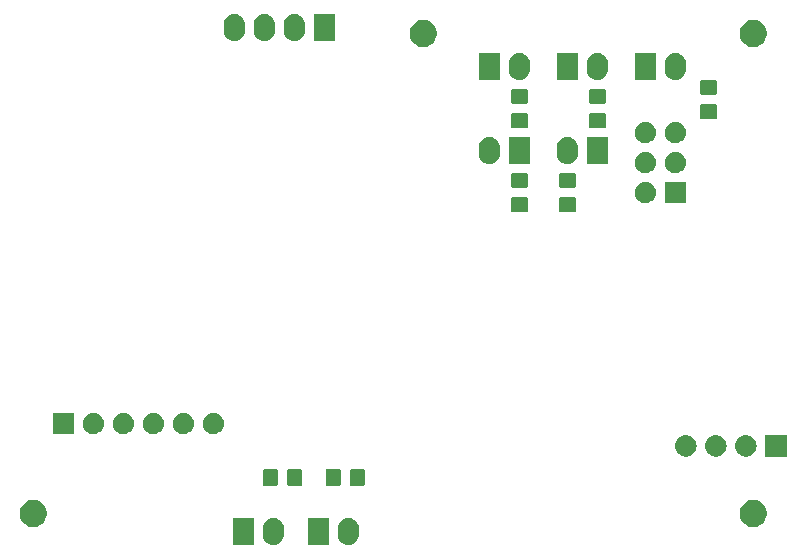
<source format=gbs>
%TF.GenerationSoftware,KiCad,Pcbnew,5.0.1*%
%TF.CreationDate,2019-02-02T14:15:02-06:00*%
%TF.ProjectId,RDP-Environmental,5244502D456E7669726F6E6D656E7461,01*%
%TF.SameCoordinates,Original*%
%TF.FileFunction,Soldermask,Bot*%
%TF.FilePolarity,Negative*%
%FSLAX46Y46*%
G04 Gerber Fmt 4.6, Leading zero omitted, Abs format (unit mm)*
G04 Created by KiCad (PCBNEW 5.0.1) date Sat 02 Feb 2019 02:15:02 PM CST*
%MOMM*%
%LPD*%
G01*
G04 APERTURE LIST*
%ADD10C,0.100000*%
G04 APERTURE END LIST*
D10*
G36*
X48440547Y-66426326D02*
X48556286Y-66461435D01*
X48614157Y-66478990D01*
X48635718Y-66490515D01*
X48774155Y-66564511D01*
X48914396Y-66679604D01*
X49029489Y-66819844D01*
X49069298Y-66894321D01*
X49115010Y-66979842D01*
X49132565Y-67037713D01*
X49167674Y-67153452D01*
X49181000Y-67288756D01*
X49181000Y-67839243D01*
X49167674Y-67974548D01*
X49115010Y-68148157D01*
X49029489Y-68308156D01*
X48914396Y-68448396D01*
X48774156Y-68563489D01*
X48755314Y-68573560D01*
X48614158Y-68649010D01*
X48567551Y-68663148D01*
X48440548Y-68701674D01*
X48260000Y-68719456D01*
X48079453Y-68701674D01*
X47952450Y-68663148D01*
X47905843Y-68649010D01*
X47764687Y-68573560D01*
X47745845Y-68563489D01*
X47605605Y-68448396D01*
X47490512Y-68308156D01*
X47450703Y-68233680D01*
X47404990Y-68148158D01*
X47387435Y-68090287D01*
X47352326Y-67974548D01*
X47339000Y-67839244D01*
X47339000Y-67288757D01*
X47352326Y-67153453D01*
X47404990Y-66979844D01*
X47404990Y-66979843D01*
X47436183Y-66921486D01*
X47490511Y-66819845D01*
X47605604Y-66679604D01*
X47745844Y-66564511D01*
X47882685Y-66491368D01*
X47905842Y-66478990D01*
X47963713Y-66461435D01*
X48079452Y-66426326D01*
X48260000Y-66408544D01*
X48440547Y-66426326D01*
X48440547Y-66426326D01*
G37*
G36*
X54790547Y-66426326D02*
X54906286Y-66461435D01*
X54964157Y-66478990D01*
X54985718Y-66490515D01*
X55124155Y-66564511D01*
X55264396Y-66679604D01*
X55379489Y-66819844D01*
X55419298Y-66894321D01*
X55465010Y-66979842D01*
X55482565Y-67037713D01*
X55517674Y-67153452D01*
X55531000Y-67288756D01*
X55531000Y-67839243D01*
X55517674Y-67974548D01*
X55465010Y-68148157D01*
X55379489Y-68308156D01*
X55264396Y-68448396D01*
X55124156Y-68563489D01*
X55105314Y-68573560D01*
X54964158Y-68649010D01*
X54917551Y-68663148D01*
X54790548Y-68701674D01*
X54610000Y-68719456D01*
X54429453Y-68701674D01*
X54302450Y-68663148D01*
X54255843Y-68649010D01*
X54114687Y-68573560D01*
X54095845Y-68563489D01*
X53955605Y-68448396D01*
X53840512Y-68308156D01*
X53800703Y-68233680D01*
X53754990Y-68148158D01*
X53737435Y-68090287D01*
X53702326Y-67974548D01*
X53689000Y-67839244D01*
X53689000Y-67288757D01*
X53702326Y-67153453D01*
X53754990Y-66979844D01*
X53754990Y-66979843D01*
X53786183Y-66921486D01*
X53840511Y-66819845D01*
X53955604Y-66679604D01*
X54095844Y-66564511D01*
X54232685Y-66491368D01*
X54255842Y-66478990D01*
X54313713Y-66461435D01*
X54429452Y-66426326D01*
X54610000Y-66408544D01*
X54790547Y-66426326D01*
X54790547Y-66426326D01*
G37*
G36*
X46499560Y-66416966D02*
X46532383Y-66426923D01*
X46562632Y-66443092D01*
X46589148Y-66464852D01*
X46610908Y-66491368D01*
X46627077Y-66521617D01*
X46637034Y-66554440D01*
X46641000Y-66594712D01*
X46641000Y-68533288D01*
X46637034Y-68573560D01*
X46627077Y-68606383D01*
X46610908Y-68636632D01*
X46589148Y-68663148D01*
X46562632Y-68684908D01*
X46532383Y-68701077D01*
X46499560Y-68711034D01*
X46459288Y-68715000D01*
X44980712Y-68715000D01*
X44940440Y-68711034D01*
X44907617Y-68701077D01*
X44877368Y-68684908D01*
X44850852Y-68663148D01*
X44829092Y-68636632D01*
X44812923Y-68606383D01*
X44802966Y-68573560D01*
X44799000Y-68533288D01*
X44799000Y-66594712D01*
X44802966Y-66554440D01*
X44812923Y-66521617D01*
X44829092Y-66491368D01*
X44850852Y-66464852D01*
X44877368Y-66443092D01*
X44907617Y-66426923D01*
X44940440Y-66416966D01*
X44980712Y-66413000D01*
X46459288Y-66413000D01*
X46499560Y-66416966D01*
X46499560Y-66416966D01*
G37*
G36*
X52849560Y-66416966D02*
X52882383Y-66426923D01*
X52912632Y-66443092D01*
X52939148Y-66464852D01*
X52960908Y-66491368D01*
X52977077Y-66521617D01*
X52987034Y-66554440D01*
X52991000Y-66594712D01*
X52991000Y-68533288D01*
X52987034Y-68573560D01*
X52977077Y-68606383D01*
X52960908Y-68636632D01*
X52939148Y-68663148D01*
X52912632Y-68684908D01*
X52882383Y-68701077D01*
X52849560Y-68711034D01*
X52809288Y-68715000D01*
X51330712Y-68715000D01*
X51290440Y-68711034D01*
X51257617Y-68701077D01*
X51227368Y-68684908D01*
X51200852Y-68663148D01*
X51179092Y-68636632D01*
X51162923Y-68606383D01*
X51152966Y-68573560D01*
X51149000Y-68533288D01*
X51149000Y-66594712D01*
X51152966Y-66554440D01*
X51162923Y-66521617D01*
X51179092Y-66491368D01*
X51200852Y-66464852D01*
X51227368Y-66443092D01*
X51257617Y-66426923D01*
X51290440Y-66416966D01*
X51330712Y-66413000D01*
X52809288Y-66413000D01*
X52849560Y-66416966D01*
X52849560Y-66416966D01*
G37*
G36*
X89235734Y-64933232D02*
X89445202Y-65019996D01*
X89633723Y-65145962D01*
X89794038Y-65306277D01*
X89920004Y-65494798D01*
X90006768Y-65704266D01*
X90051000Y-65926635D01*
X90051000Y-66153365D01*
X90006768Y-66375734D01*
X89920004Y-66585202D01*
X89794038Y-66773723D01*
X89633723Y-66934038D01*
X89445202Y-67060004D01*
X89235734Y-67146768D01*
X89013365Y-67191000D01*
X88786635Y-67191000D01*
X88564266Y-67146768D01*
X88354798Y-67060004D01*
X88166277Y-66934038D01*
X88005962Y-66773723D01*
X87879996Y-66585202D01*
X87793232Y-66375734D01*
X87749000Y-66153365D01*
X87749000Y-65926635D01*
X87793232Y-65704266D01*
X87879996Y-65494798D01*
X88005962Y-65306277D01*
X88166277Y-65145962D01*
X88354798Y-65019996D01*
X88564266Y-64933232D01*
X88786635Y-64889000D01*
X89013365Y-64889000D01*
X89235734Y-64933232D01*
X89235734Y-64933232D01*
G37*
G36*
X28275734Y-64933232D02*
X28485202Y-65019996D01*
X28673723Y-65145962D01*
X28834038Y-65306277D01*
X28960004Y-65494798D01*
X29046768Y-65704266D01*
X29091000Y-65926635D01*
X29091000Y-66153365D01*
X29046768Y-66375734D01*
X28960004Y-66585202D01*
X28834038Y-66773723D01*
X28673723Y-66934038D01*
X28485202Y-67060004D01*
X28275734Y-67146768D01*
X28053365Y-67191000D01*
X27826635Y-67191000D01*
X27604266Y-67146768D01*
X27394798Y-67060004D01*
X27206277Y-66934038D01*
X27045962Y-66773723D01*
X26919996Y-66585202D01*
X26833232Y-66375734D01*
X26789000Y-66153365D01*
X26789000Y-65926635D01*
X26833232Y-65704266D01*
X26919996Y-65494798D01*
X27045962Y-65306277D01*
X27206277Y-65145962D01*
X27394798Y-65019996D01*
X27604266Y-64933232D01*
X27826635Y-64889000D01*
X28053365Y-64889000D01*
X28275734Y-64933232D01*
X28275734Y-64933232D01*
G37*
G36*
X48469677Y-62245465D02*
X48507364Y-62256898D01*
X48542103Y-62275466D01*
X48572548Y-62300452D01*
X48597534Y-62330897D01*
X48616102Y-62365636D01*
X48627535Y-62403323D01*
X48632000Y-62448661D01*
X48632000Y-63535339D01*
X48627535Y-63580677D01*
X48616102Y-63618364D01*
X48597534Y-63653103D01*
X48572548Y-63683548D01*
X48542103Y-63708534D01*
X48507364Y-63727102D01*
X48469677Y-63738535D01*
X48424339Y-63743000D01*
X47587661Y-63743000D01*
X47542323Y-63738535D01*
X47504636Y-63727102D01*
X47469897Y-63708534D01*
X47439452Y-63683548D01*
X47414466Y-63653103D01*
X47395898Y-63618364D01*
X47384465Y-63580677D01*
X47380000Y-63535339D01*
X47380000Y-62448661D01*
X47384465Y-62403323D01*
X47395898Y-62365636D01*
X47414466Y-62330897D01*
X47439452Y-62300452D01*
X47469897Y-62275466D01*
X47504636Y-62256898D01*
X47542323Y-62245465D01*
X47587661Y-62241000D01*
X48424339Y-62241000D01*
X48469677Y-62245465D01*
X48469677Y-62245465D01*
G37*
G36*
X50519677Y-62245465D02*
X50557364Y-62256898D01*
X50592103Y-62275466D01*
X50622548Y-62300452D01*
X50647534Y-62330897D01*
X50666102Y-62365636D01*
X50677535Y-62403323D01*
X50682000Y-62448661D01*
X50682000Y-63535339D01*
X50677535Y-63580677D01*
X50666102Y-63618364D01*
X50647534Y-63653103D01*
X50622548Y-63683548D01*
X50592103Y-63708534D01*
X50557364Y-63727102D01*
X50519677Y-63738535D01*
X50474339Y-63743000D01*
X49637661Y-63743000D01*
X49592323Y-63738535D01*
X49554636Y-63727102D01*
X49519897Y-63708534D01*
X49489452Y-63683548D01*
X49464466Y-63653103D01*
X49445898Y-63618364D01*
X49434465Y-63580677D01*
X49430000Y-63535339D01*
X49430000Y-62448661D01*
X49434465Y-62403323D01*
X49445898Y-62365636D01*
X49464466Y-62330897D01*
X49489452Y-62300452D01*
X49519897Y-62275466D01*
X49554636Y-62256898D01*
X49592323Y-62245465D01*
X49637661Y-62241000D01*
X50474339Y-62241000D01*
X50519677Y-62245465D01*
X50519677Y-62245465D01*
G37*
G36*
X55835677Y-62245465D02*
X55873364Y-62256898D01*
X55908103Y-62275466D01*
X55938548Y-62300452D01*
X55963534Y-62330897D01*
X55982102Y-62365636D01*
X55993535Y-62403323D01*
X55998000Y-62448661D01*
X55998000Y-63535339D01*
X55993535Y-63580677D01*
X55982102Y-63618364D01*
X55963534Y-63653103D01*
X55938548Y-63683548D01*
X55908103Y-63708534D01*
X55873364Y-63727102D01*
X55835677Y-63738535D01*
X55790339Y-63743000D01*
X54953661Y-63743000D01*
X54908323Y-63738535D01*
X54870636Y-63727102D01*
X54835897Y-63708534D01*
X54805452Y-63683548D01*
X54780466Y-63653103D01*
X54761898Y-63618364D01*
X54750465Y-63580677D01*
X54746000Y-63535339D01*
X54746000Y-62448661D01*
X54750465Y-62403323D01*
X54761898Y-62365636D01*
X54780466Y-62330897D01*
X54805452Y-62300452D01*
X54835897Y-62275466D01*
X54870636Y-62256898D01*
X54908323Y-62245465D01*
X54953661Y-62241000D01*
X55790339Y-62241000D01*
X55835677Y-62245465D01*
X55835677Y-62245465D01*
G37*
G36*
X53785677Y-62245465D02*
X53823364Y-62256898D01*
X53858103Y-62275466D01*
X53888548Y-62300452D01*
X53913534Y-62330897D01*
X53932102Y-62365636D01*
X53943535Y-62403323D01*
X53948000Y-62448661D01*
X53948000Y-63535339D01*
X53943535Y-63580677D01*
X53932102Y-63618364D01*
X53913534Y-63653103D01*
X53888548Y-63683548D01*
X53858103Y-63708534D01*
X53823364Y-63727102D01*
X53785677Y-63738535D01*
X53740339Y-63743000D01*
X52903661Y-63743000D01*
X52858323Y-63738535D01*
X52820636Y-63727102D01*
X52785897Y-63708534D01*
X52755452Y-63683548D01*
X52730466Y-63653103D01*
X52711898Y-63618364D01*
X52700465Y-63580677D01*
X52696000Y-63535339D01*
X52696000Y-62448661D01*
X52700465Y-62403323D01*
X52711898Y-62365636D01*
X52730466Y-62330897D01*
X52755452Y-62300452D01*
X52785897Y-62275466D01*
X52820636Y-62256898D01*
X52858323Y-62245465D01*
X52903661Y-62241000D01*
X53740339Y-62241000D01*
X53785677Y-62245465D01*
X53785677Y-62245465D01*
G37*
G36*
X85835442Y-59430518D02*
X85901627Y-59437037D01*
X86014853Y-59471384D01*
X86071467Y-59488557D01*
X86210087Y-59562652D01*
X86227991Y-59572222D01*
X86263729Y-59601552D01*
X86365186Y-59684814D01*
X86448448Y-59786271D01*
X86477778Y-59822009D01*
X86477779Y-59822011D01*
X86561443Y-59978533D01*
X86561443Y-59978534D01*
X86612963Y-60148373D01*
X86630359Y-60325000D01*
X86612963Y-60501627D01*
X86578616Y-60614853D01*
X86561443Y-60671467D01*
X86487348Y-60810087D01*
X86477778Y-60827991D01*
X86448448Y-60863729D01*
X86365186Y-60965186D01*
X86263729Y-61048448D01*
X86227991Y-61077778D01*
X86227989Y-61077779D01*
X86071467Y-61161443D01*
X86014853Y-61178616D01*
X85901627Y-61212963D01*
X85835442Y-61219482D01*
X85769260Y-61226000D01*
X85680740Y-61226000D01*
X85614558Y-61219482D01*
X85548373Y-61212963D01*
X85435147Y-61178616D01*
X85378533Y-61161443D01*
X85222011Y-61077779D01*
X85222009Y-61077778D01*
X85186271Y-61048448D01*
X85084814Y-60965186D01*
X85001552Y-60863729D01*
X84972222Y-60827991D01*
X84962652Y-60810087D01*
X84888557Y-60671467D01*
X84871384Y-60614853D01*
X84837037Y-60501627D01*
X84819641Y-60325000D01*
X84837037Y-60148373D01*
X84888557Y-59978534D01*
X84888557Y-59978533D01*
X84972221Y-59822011D01*
X84972222Y-59822009D01*
X85001552Y-59786271D01*
X85084814Y-59684814D01*
X85186271Y-59601552D01*
X85222009Y-59572222D01*
X85239913Y-59562652D01*
X85378533Y-59488557D01*
X85435147Y-59471384D01*
X85548373Y-59437037D01*
X85614558Y-59430518D01*
X85680740Y-59424000D01*
X85769260Y-59424000D01*
X85835442Y-59430518D01*
X85835442Y-59430518D01*
G37*
G36*
X91706000Y-61226000D02*
X89904000Y-61226000D01*
X89904000Y-59424000D01*
X91706000Y-59424000D01*
X91706000Y-61226000D01*
X91706000Y-61226000D01*
G37*
G36*
X88375442Y-59430518D02*
X88441627Y-59437037D01*
X88554853Y-59471384D01*
X88611467Y-59488557D01*
X88750087Y-59562652D01*
X88767991Y-59572222D01*
X88803729Y-59601552D01*
X88905186Y-59684814D01*
X88988448Y-59786271D01*
X89017778Y-59822009D01*
X89017779Y-59822011D01*
X89101443Y-59978533D01*
X89101443Y-59978534D01*
X89152963Y-60148373D01*
X89170359Y-60325000D01*
X89152963Y-60501627D01*
X89118616Y-60614853D01*
X89101443Y-60671467D01*
X89027348Y-60810087D01*
X89017778Y-60827991D01*
X88988448Y-60863729D01*
X88905186Y-60965186D01*
X88803729Y-61048448D01*
X88767991Y-61077778D01*
X88767989Y-61077779D01*
X88611467Y-61161443D01*
X88554853Y-61178616D01*
X88441627Y-61212963D01*
X88375442Y-61219482D01*
X88309260Y-61226000D01*
X88220740Y-61226000D01*
X88154558Y-61219482D01*
X88088373Y-61212963D01*
X87975147Y-61178616D01*
X87918533Y-61161443D01*
X87762011Y-61077779D01*
X87762009Y-61077778D01*
X87726271Y-61048448D01*
X87624814Y-60965186D01*
X87541552Y-60863729D01*
X87512222Y-60827991D01*
X87502652Y-60810087D01*
X87428557Y-60671467D01*
X87411384Y-60614853D01*
X87377037Y-60501627D01*
X87359641Y-60325000D01*
X87377037Y-60148373D01*
X87428557Y-59978534D01*
X87428557Y-59978533D01*
X87512221Y-59822011D01*
X87512222Y-59822009D01*
X87541552Y-59786271D01*
X87624814Y-59684814D01*
X87726271Y-59601552D01*
X87762009Y-59572222D01*
X87779913Y-59562652D01*
X87918533Y-59488557D01*
X87975147Y-59471384D01*
X88088373Y-59437037D01*
X88154558Y-59430518D01*
X88220740Y-59424000D01*
X88309260Y-59424000D01*
X88375442Y-59430518D01*
X88375442Y-59430518D01*
G37*
G36*
X83295442Y-59430518D02*
X83361627Y-59437037D01*
X83474853Y-59471384D01*
X83531467Y-59488557D01*
X83670087Y-59562652D01*
X83687991Y-59572222D01*
X83723729Y-59601552D01*
X83825186Y-59684814D01*
X83908448Y-59786271D01*
X83937778Y-59822009D01*
X83937779Y-59822011D01*
X84021443Y-59978533D01*
X84021443Y-59978534D01*
X84072963Y-60148373D01*
X84090359Y-60325000D01*
X84072963Y-60501627D01*
X84038616Y-60614853D01*
X84021443Y-60671467D01*
X83947348Y-60810087D01*
X83937778Y-60827991D01*
X83908448Y-60863729D01*
X83825186Y-60965186D01*
X83723729Y-61048448D01*
X83687991Y-61077778D01*
X83687989Y-61077779D01*
X83531467Y-61161443D01*
X83474853Y-61178616D01*
X83361627Y-61212963D01*
X83295442Y-61219482D01*
X83229260Y-61226000D01*
X83140740Y-61226000D01*
X83074558Y-61219482D01*
X83008373Y-61212963D01*
X82895147Y-61178616D01*
X82838533Y-61161443D01*
X82682011Y-61077779D01*
X82682009Y-61077778D01*
X82646271Y-61048448D01*
X82544814Y-60965186D01*
X82461552Y-60863729D01*
X82432222Y-60827991D01*
X82422652Y-60810087D01*
X82348557Y-60671467D01*
X82331384Y-60614853D01*
X82297037Y-60501627D01*
X82279641Y-60325000D01*
X82297037Y-60148373D01*
X82348557Y-59978534D01*
X82348557Y-59978533D01*
X82432221Y-59822011D01*
X82432222Y-59822009D01*
X82461552Y-59786271D01*
X82544814Y-59684814D01*
X82646271Y-59601552D01*
X82682009Y-59572222D01*
X82699913Y-59562652D01*
X82838533Y-59488557D01*
X82895147Y-59471384D01*
X83008373Y-59437037D01*
X83074558Y-59430518D01*
X83140740Y-59424000D01*
X83229260Y-59424000D01*
X83295442Y-59430518D01*
X83295442Y-59430518D01*
G37*
G36*
X43290443Y-57525519D02*
X43356627Y-57532037D01*
X43469853Y-57566384D01*
X43526467Y-57583557D01*
X43665087Y-57657652D01*
X43682991Y-57667222D01*
X43718729Y-57696552D01*
X43820186Y-57779814D01*
X43903448Y-57881271D01*
X43932778Y-57917009D01*
X43932779Y-57917011D01*
X44016443Y-58073533D01*
X44016443Y-58073534D01*
X44067963Y-58243373D01*
X44085359Y-58420000D01*
X44067963Y-58596627D01*
X44033616Y-58709853D01*
X44016443Y-58766467D01*
X43942348Y-58905087D01*
X43932778Y-58922991D01*
X43903448Y-58958729D01*
X43820186Y-59060186D01*
X43718729Y-59143448D01*
X43682991Y-59172778D01*
X43682989Y-59172779D01*
X43526467Y-59256443D01*
X43469853Y-59273616D01*
X43356627Y-59307963D01*
X43290442Y-59314482D01*
X43224260Y-59321000D01*
X43135740Y-59321000D01*
X43069558Y-59314482D01*
X43003373Y-59307963D01*
X42890147Y-59273616D01*
X42833533Y-59256443D01*
X42677011Y-59172779D01*
X42677009Y-59172778D01*
X42641271Y-59143448D01*
X42539814Y-59060186D01*
X42456552Y-58958729D01*
X42427222Y-58922991D01*
X42417652Y-58905087D01*
X42343557Y-58766467D01*
X42326384Y-58709853D01*
X42292037Y-58596627D01*
X42274641Y-58420000D01*
X42292037Y-58243373D01*
X42343557Y-58073534D01*
X42343557Y-58073533D01*
X42427221Y-57917011D01*
X42427222Y-57917009D01*
X42456552Y-57881271D01*
X42539814Y-57779814D01*
X42641271Y-57696552D01*
X42677009Y-57667222D01*
X42694913Y-57657652D01*
X42833533Y-57583557D01*
X42890147Y-57566384D01*
X43003373Y-57532037D01*
X43069557Y-57525519D01*
X43135740Y-57519000D01*
X43224260Y-57519000D01*
X43290443Y-57525519D01*
X43290443Y-57525519D01*
G37*
G36*
X31381000Y-59321000D02*
X29579000Y-59321000D01*
X29579000Y-57519000D01*
X31381000Y-57519000D01*
X31381000Y-59321000D01*
X31381000Y-59321000D01*
G37*
G36*
X33130443Y-57525519D02*
X33196627Y-57532037D01*
X33309853Y-57566384D01*
X33366467Y-57583557D01*
X33505087Y-57657652D01*
X33522991Y-57667222D01*
X33558729Y-57696552D01*
X33660186Y-57779814D01*
X33743448Y-57881271D01*
X33772778Y-57917009D01*
X33772779Y-57917011D01*
X33856443Y-58073533D01*
X33856443Y-58073534D01*
X33907963Y-58243373D01*
X33925359Y-58420000D01*
X33907963Y-58596627D01*
X33873616Y-58709853D01*
X33856443Y-58766467D01*
X33782348Y-58905087D01*
X33772778Y-58922991D01*
X33743448Y-58958729D01*
X33660186Y-59060186D01*
X33558729Y-59143448D01*
X33522991Y-59172778D01*
X33522989Y-59172779D01*
X33366467Y-59256443D01*
X33309853Y-59273616D01*
X33196627Y-59307963D01*
X33130442Y-59314482D01*
X33064260Y-59321000D01*
X32975740Y-59321000D01*
X32909558Y-59314482D01*
X32843373Y-59307963D01*
X32730147Y-59273616D01*
X32673533Y-59256443D01*
X32517011Y-59172779D01*
X32517009Y-59172778D01*
X32481271Y-59143448D01*
X32379814Y-59060186D01*
X32296552Y-58958729D01*
X32267222Y-58922991D01*
X32257652Y-58905087D01*
X32183557Y-58766467D01*
X32166384Y-58709853D01*
X32132037Y-58596627D01*
X32114641Y-58420000D01*
X32132037Y-58243373D01*
X32183557Y-58073534D01*
X32183557Y-58073533D01*
X32267221Y-57917011D01*
X32267222Y-57917009D01*
X32296552Y-57881271D01*
X32379814Y-57779814D01*
X32481271Y-57696552D01*
X32517009Y-57667222D01*
X32534913Y-57657652D01*
X32673533Y-57583557D01*
X32730147Y-57566384D01*
X32843373Y-57532037D01*
X32909557Y-57525519D01*
X32975740Y-57519000D01*
X33064260Y-57519000D01*
X33130443Y-57525519D01*
X33130443Y-57525519D01*
G37*
G36*
X35670443Y-57525519D02*
X35736627Y-57532037D01*
X35849853Y-57566384D01*
X35906467Y-57583557D01*
X36045087Y-57657652D01*
X36062991Y-57667222D01*
X36098729Y-57696552D01*
X36200186Y-57779814D01*
X36283448Y-57881271D01*
X36312778Y-57917009D01*
X36312779Y-57917011D01*
X36396443Y-58073533D01*
X36396443Y-58073534D01*
X36447963Y-58243373D01*
X36465359Y-58420000D01*
X36447963Y-58596627D01*
X36413616Y-58709853D01*
X36396443Y-58766467D01*
X36322348Y-58905087D01*
X36312778Y-58922991D01*
X36283448Y-58958729D01*
X36200186Y-59060186D01*
X36098729Y-59143448D01*
X36062991Y-59172778D01*
X36062989Y-59172779D01*
X35906467Y-59256443D01*
X35849853Y-59273616D01*
X35736627Y-59307963D01*
X35670442Y-59314482D01*
X35604260Y-59321000D01*
X35515740Y-59321000D01*
X35449558Y-59314482D01*
X35383373Y-59307963D01*
X35270147Y-59273616D01*
X35213533Y-59256443D01*
X35057011Y-59172779D01*
X35057009Y-59172778D01*
X35021271Y-59143448D01*
X34919814Y-59060186D01*
X34836552Y-58958729D01*
X34807222Y-58922991D01*
X34797652Y-58905087D01*
X34723557Y-58766467D01*
X34706384Y-58709853D01*
X34672037Y-58596627D01*
X34654641Y-58420000D01*
X34672037Y-58243373D01*
X34723557Y-58073534D01*
X34723557Y-58073533D01*
X34807221Y-57917011D01*
X34807222Y-57917009D01*
X34836552Y-57881271D01*
X34919814Y-57779814D01*
X35021271Y-57696552D01*
X35057009Y-57667222D01*
X35074913Y-57657652D01*
X35213533Y-57583557D01*
X35270147Y-57566384D01*
X35383373Y-57532037D01*
X35449557Y-57525519D01*
X35515740Y-57519000D01*
X35604260Y-57519000D01*
X35670443Y-57525519D01*
X35670443Y-57525519D01*
G37*
G36*
X40750443Y-57525519D02*
X40816627Y-57532037D01*
X40929853Y-57566384D01*
X40986467Y-57583557D01*
X41125087Y-57657652D01*
X41142991Y-57667222D01*
X41178729Y-57696552D01*
X41280186Y-57779814D01*
X41363448Y-57881271D01*
X41392778Y-57917009D01*
X41392779Y-57917011D01*
X41476443Y-58073533D01*
X41476443Y-58073534D01*
X41527963Y-58243373D01*
X41545359Y-58420000D01*
X41527963Y-58596627D01*
X41493616Y-58709853D01*
X41476443Y-58766467D01*
X41402348Y-58905087D01*
X41392778Y-58922991D01*
X41363448Y-58958729D01*
X41280186Y-59060186D01*
X41178729Y-59143448D01*
X41142991Y-59172778D01*
X41142989Y-59172779D01*
X40986467Y-59256443D01*
X40929853Y-59273616D01*
X40816627Y-59307963D01*
X40750442Y-59314482D01*
X40684260Y-59321000D01*
X40595740Y-59321000D01*
X40529558Y-59314482D01*
X40463373Y-59307963D01*
X40350147Y-59273616D01*
X40293533Y-59256443D01*
X40137011Y-59172779D01*
X40137009Y-59172778D01*
X40101271Y-59143448D01*
X39999814Y-59060186D01*
X39916552Y-58958729D01*
X39887222Y-58922991D01*
X39877652Y-58905087D01*
X39803557Y-58766467D01*
X39786384Y-58709853D01*
X39752037Y-58596627D01*
X39734641Y-58420000D01*
X39752037Y-58243373D01*
X39803557Y-58073534D01*
X39803557Y-58073533D01*
X39887221Y-57917011D01*
X39887222Y-57917009D01*
X39916552Y-57881271D01*
X39999814Y-57779814D01*
X40101271Y-57696552D01*
X40137009Y-57667222D01*
X40154913Y-57657652D01*
X40293533Y-57583557D01*
X40350147Y-57566384D01*
X40463373Y-57532037D01*
X40529557Y-57525519D01*
X40595740Y-57519000D01*
X40684260Y-57519000D01*
X40750443Y-57525519D01*
X40750443Y-57525519D01*
G37*
G36*
X38210443Y-57525519D02*
X38276627Y-57532037D01*
X38389853Y-57566384D01*
X38446467Y-57583557D01*
X38585087Y-57657652D01*
X38602991Y-57667222D01*
X38638729Y-57696552D01*
X38740186Y-57779814D01*
X38823448Y-57881271D01*
X38852778Y-57917009D01*
X38852779Y-57917011D01*
X38936443Y-58073533D01*
X38936443Y-58073534D01*
X38987963Y-58243373D01*
X39005359Y-58420000D01*
X38987963Y-58596627D01*
X38953616Y-58709853D01*
X38936443Y-58766467D01*
X38862348Y-58905087D01*
X38852778Y-58922991D01*
X38823448Y-58958729D01*
X38740186Y-59060186D01*
X38638729Y-59143448D01*
X38602991Y-59172778D01*
X38602989Y-59172779D01*
X38446467Y-59256443D01*
X38389853Y-59273616D01*
X38276627Y-59307963D01*
X38210442Y-59314482D01*
X38144260Y-59321000D01*
X38055740Y-59321000D01*
X37989558Y-59314482D01*
X37923373Y-59307963D01*
X37810147Y-59273616D01*
X37753533Y-59256443D01*
X37597011Y-59172779D01*
X37597009Y-59172778D01*
X37561271Y-59143448D01*
X37459814Y-59060186D01*
X37376552Y-58958729D01*
X37347222Y-58922991D01*
X37337652Y-58905087D01*
X37263557Y-58766467D01*
X37246384Y-58709853D01*
X37212037Y-58596627D01*
X37194641Y-58420000D01*
X37212037Y-58243373D01*
X37263557Y-58073534D01*
X37263557Y-58073533D01*
X37347221Y-57917011D01*
X37347222Y-57917009D01*
X37376552Y-57881271D01*
X37459814Y-57779814D01*
X37561271Y-57696552D01*
X37597009Y-57667222D01*
X37614913Y-57657652D01*
X37753533Y-57583557D01*
X37810147Y-57566384D01*
X37923373Y-57532037D01*
X37989557Y-57525519D01*
X38055740Y-57519000D01*
X38144260Y-57519000D01*
X38210443Y-57525519D01*
X38210443Y-57525519D01*
G37*
G36*
X69676677Y-39274465D02*
X69714364Y-39285898D01*
X69749103Y-39304466D01*
X69779548Y-39329452D01*
X69804534Y-39359897D01*
X69823102Y-39394636D01*
X69834535Y-39432323D01*
X69839000Y-39477661D01*
X69839000Y-40314339D01*
X69834535Y-40359677D01*
X69823102Y-40397364D01*
X69804534Y-40432103D01*
X69779548Y-40462548D01*
X69749103Y-40487534D01*
X69714364Y-40506102D01*
X69676677Y-40517535D01*
X69631339Y-40522000D01*
X68544661Y-40522000D01*
X68499323Y-40517535D01*
X68461636Y-40506102D01*
X68426897Y-40487534D01*
X68396452Y-40462548D01*
X68371466Y-40432103D01*
X68352898Y-40397364D01*
X68341465Y-40359677D01*
X68337000Y-40314339D01*
X68337000Y-39477661D01*
X68341465Y-39432323D01*
X68352898Y-39394636D01*
X68371466Y-39359897D01*
X68396452Y-39329452D01*
X68426897Y-39304466D01*
X68461636Y-39285898D01*
X68499323Y-39274465D01*
X68544661Y-39270000D01*
X69631339Y-39270000D01*
X69676677Y-39274465D01*
X69676677Y-39274465D01*
G37*
G36*
X73740677Y-39265465D02*
X73778364Y-39276898D01*
X73813103Y-39295466D01*
X73843548Y-39320452D01*
X73868534Y-39350897D01*
X73887102Y-39385636D01*
X73898535Y-39423323D01*
X73903000Y-39468661D01*
X73903000Y-40305339D01*
X73898535Y-40350677D01*
X73887102Y-40388364D01*
X73868534Y-40423103D01*
X73843548Y-40453548D01*
X73813103Y-40478534D01*
X73778364Y-40497102D01*
X73740677Y-40508535D01*
X73695339Y-40513000D01*
X72608661Y-40513000D01*
X72563323Y-40508535D01*
X72525636Y-40497102D01*
X72490897Y-40478534D01*
X72460452Y-40453548D01*
X72435466Y-40423103D01*
X72416898Y-40388364D01*
X72405465Y-40350677D01*
X72401000Y-40305339D01*
X72401000Y-39468661D01*
X72405465Y-39423323D01*
X72416898Y-39385636D01*
X72435466Y-39350897D01*
X72460452Y-39320452D01*
X72490897Y-39295466D01*
X72525636Y-39276898D01*
X72563323Y-39265465D01*
X72608661Y-39261000D01*
X73695339Y-39261000D01*
X73740677Y-39265465D01*
X73740677Y-39265465D01*
G37*
G36*
X83197000Y-39763000D02*
X81395000Y-39763000D01*
X81395000Y-37961000D01*
X83197000Y-37961000D01*
X83197000Y-39763000D01*
X83197000Y-39763000D01*
G37*
G36*
X79866442Y-37967518D02*
X79932627Y-37974037D01*
X80045853Y-38008384D01*
X80102467Y-38025557D01*
X80241087Y-38099652D01*
X80258991Y-38109222D01*
X80294729Y-38138552D01*
X80396186Y-38221814D01*
X80456233Y-38294983D01*
X80508778Y-38359009D01*
X80508779Y-38359011D01*
X80592443Y-38515533D01*
X80592443Y-38515534D01*
X80643963Y-38685373D01*
X80661359Y-38862000D01*
X80643963Y-39038627D01*
X80609616Y-39151853D01*
X80592443Y-39208467D01*
X80532585Y-39320452D01*
X80508778Y-39364991D01*
X80494850Y-39381962D01*
X80396186Y-39502186D01*
X80294729Y-39585448D01*
X80258991Y-39614778D01*
X80258989Y-39614779D01*
X80102467Y-39698443D01*
X80045853Y-39715616D01*
X79932627Y-39749963D01*
X79866442Y-39756482D01*
X79800260Y-39763000D01*
X79711740Y-39763000D01*
X79645558Y-39756482D01*
X79579373Y-39749963D01*
X79466147Y-39715616D01*
X79409533Y-39698443D01*
X79253011Y-39614779D01*
X79253009Y-39614778D01*
X79217271Y-39585448D01*
X79115814Y-39502186D01*
X79017150Y-39381962D01*
X79003222Y-39364991D01*
X78979415Y-39320452D01*
X78919557Y-39208467D01*
X78902384Y-39151853D01*
X78868037Y-39038627D01*
X78850641Y-38862000D01*
X78868037Y-38685373D01*
X78919557Y-38515534D01*
X78919557Y-38515533D01*
X79003221Y-38359011D01*
X79003222Y-38359009D01*
X79055767Y-38294983D01*
X79115814Y-38221814D01*
X79217271Y-38138552D01*
X79253009Y-38109222D01*
X79270913Y-38099652D01*
X79409533Y-38025557D01*
X79466147Y-38008384D01*
X79579373Y-37974037D01*
X79645558Y-37967518D01*
X79711740Y-37961000D01*
X79800260Y-37961000D01*
X79866442Y-37967518D01*
X79866442Y-37967518D01*
G37*
G36*
X69676677Y-37224465D02*
X69714364Y-37235898D01*
X69749103Y-37254466D01*
X69779548Y-37279452D01*
X69804534Y-37309897D01*
X69823102Y-37344636D01*
X69834535Y-37382323D01*
X69839000Y-37427661D01*
X69839000Y-38264339D01*
X69834535Y-38309677D01*
X69823102Y-38347364D01*
X69804534Y-38382103D01*
X69779548Y-38412548D01*
X69749103Y-38437534D01*
X69714364Y-38456102D01*
X69676677Y-38467535D01*
X69631339Y-38472000D01*
X68544661Y-38472000D01*
X68499323Y-38467535D01*
X68461636Y-38456102D01*
X68426897Y-38437534D01*
X68396452Y-38412548D01*
X68371466Y-38382103D01*
X68352898Y-38347364D01*
X68341465Y-38309677D01*
X68337000Y-38264339D01*
X68337000Y-37427661D01*
X68341465Y-37382323D01*
X68352898Y-37344636D01*
X68371466Y-37309897D01*
X68396452Y-37279452D01*
X68426897Y-37254466D01*
X68461636Y-37235898D01*
X68499323Y-37224465D01*
X68544661Y-37220000D01*
X69631339Y-37220000D01*
X69676677Y-37224465D01*
X69676677Y-37224465D01*
G37*
G36*
X73740677Y-37215465D02*
X73778364Y-37226898D01*
X73813103Y-37245466D01*
X73843548Y-37270452D01*
X73868534Y-37300897D01*
X73887102Y-37335636D01*
X73898535Y-37373323D01*
X73903000Y-37418661D01*
X73903000Y-38255339D01*
X73898535Y-38300677D01*
X73887102Y-38338364D01*
X73868534Y-38373103D01*
X73843548Y-38403548D01*
X73813103Y-38428534D01*
X73778364Y-38447102D01*
X73740677Y-38458535D01*
X73695339Y-38463000D01*
X72608661Y-38463000D01*
X72563323Y-38458535D01*
X72525636Y-38447102D01*
X72490897Y-38428534D01*
X72460452Y-38403548D01*
X72435466Y-38373103D01*
X72416898Y-38338364D01*
X72405465Y-38300677D01*
X72401000Y-38255339D01*
X72401000Y-37418661D01*
X72405465Y-37373323D01*
X72416898Y-37335636D01*
X72435466Y-37300897D01*
X72460452Y-37270452D01*
X72490897Y-37245466D01*
X72525636Y-37226898D01*
X72563323Y-37215465D01*
X72608661Y-37211000D01*
X73695339Y-37211000D01*
X73740677Y-37215465D01*
X73740677Y-37215465D01*
G37*
G36*
X79866443Y-35427519D02*
X79932627Y-35434037D01*
X80045853Y-35468384D01*
X80102467Y-35485557D01*
X80241087Y-35559652D01*
X80258991Y-35569222D01*
X80273641Y-35581245D01*
X80396186Y-35681814D01*
X80479448Y-35783271D01*
X80508778Y-35819009D01*
X80508779Y-35819011D01*
X80592443Y-35975533D01*
X80592443Y-35975534D01*
X80643963Y-36145373D01*
X80661359Y-36322000D01*
X80643963Y-36498627D01*
X80609616Y-36611853D01*
X80592443Y-36668467D01*
X80518348Y-36807087D01*
X80508778Y-36824991D01*
X80479448Y-36860729D01*
X80396186Y-36962186D01*
X80294729Y-37045448D01*
X80258991Y-37074778D01*
X80258989Y-37074779D01*
X80102467Y-37158443D01*
X80045853Y-37175616D01*
X79932627Y-37209963D01*
X79876763Y-37215465D01*
X79800260Y-37223000D01*
X79711740Y-37223000D01*
X79635237Y-37215465D01*
X79579373Y-37209963D01*
X79466147Y-37175616D01*
X79409533Y-37158443D01*
X79253011Y-37074779D01*
X79253009Y-37074778D01*
X79217271Y-37045448D01*
X79115814Y-36962186D01*
X79032552Y-36860729D01*
X79003222Y-36824991D01*
X78993652Y-36807087D01*
X78919557Y-36668467D01*
X78902384Y-36611853D01*
X78868037Y-36498627D01*
X78850641Y-36322000D01*
X78868037Y-36145373D01*
X78919557Y-35975534D01*
X78919557Y-35975533D01*
X79003221Y-35819011D01*
X79003222Y-35819009D01*
X79032552Y-35783271D01*
X79115814Y-35681814D01*
X79238359Y-35581245D01*
X79253009Y-35569222D01*
X79270913Y-35559652D01*
X79409533Y-35485557D01*
X79466147Y-35468384D01*
X79579373Y-35434037D01*
X79645557Y-35427519D01*
X79711740Y-35421000D01*
X79800260Y-35421000D01*
X79866443Y-35427519D01*
X79866443Y-35427519D01*
G37*
G36*
X82406443Y-35427519D02*
X82472627Y-35434037D01*
X82585853Y-35468384D01*
X82642467Y-35485557D01*
X82781087Y-35559652D01*
X82798991Y-35569222D01*
X82813641Y-35581245D01*
X82936186Y-35681814D01*
X83019448Y-35783271D01*
X83048778Y-35819009D01*
X83048779Y-35819011D01*
X83132443Y-35975533D01*
X83132443Y-35975534D01*
X83183963Y-36145373D01*
X83201359Y-36322000D01*
X83183963Y-36498627D01*
X83149616Y-36611853D01*
X83132443Y-36668467D01*
X83058348Y-36807087D01*
X83048778Y-36824991D01*
X83019448Y-36860729D01*
X82936186Y-36962186D01*
X82834729Y-37045448D01*
X82798991Y-37074778D01*
X82798989Y-37074779D01*
X82642467Y-37158443D01*
X82585853Y-37175616D01*
X82472627Y-37209963D01*
X82416763Y-37215465D01*
X82340260Y-37223000D01*
X82251740Y-37223000D01*
X82175237Y-37215465D01*
X82119373Y-37209963D01*
X82006147Y-37175616D01*
X81949533Y-37158443D01*
X81793011Y-37074779D01*
X81793009Y-37074778D01*
X81757271Y-37045448D01*
X81655814Y-36962186D01*
X81572552Y-36860729D01*
X81543222Y-36824991D01*
X81533652Y-36807087D01*
X81459557Y-36668467D01*
X81442384Y-36611853D01*
X81408037Y-36498627D01*
X81390641Y-36322000D01*
X81408037Y-36145373D01*
X81459557Y-35975534D01*
X81459557Y-35975533D01*
X81543221Y-35819011D01*
X81543222Y-35819009D01*
X81572552Y-35783271D01*
X81655814Y-35681814D01*
X81778359Y-35581245D01*
X81793009Y-35569222D01*
X81810913Y-35559652D01*
X81949533Y-35485557D01*
X82006147Y-35468384D01*
X82119373Y-35434037D01*
X82185557Y-35427519D01*
X82251740Y-35421000D01*
X82340260Y-35421000D01*
X82406443Y-35427519D01*
X82406443Y-35427519D01*
G37*
G36*
X73332548Y-34168326D02*
X73448287Y-34203435D01*
X73506158Y-34220990D01*
X73529315Y-34233368D01*
X73666156Y-34306511D01*
X73806396Y-34421604D01*
X73921489Y-34561844D01*
X74007010Y-34721843D01*
X74059674Y-34895452D01*
X74073000Y-35030757D01*
X74073000Y-35581244D01*
X74059674Y-35716548D01*
X74028593Y-35819009D01*
X74007010Y-35890158D01*
X73961376Y-35975533D01*
X73921489Y-36050156D01*
X73806396Y-36190396D01*
X73666155Y-36305489D01*
X73564514Y-36359817D01*
X73506157Y-36391010D01*
X73459550Y-36405148D01*
X73332547Y-36443674D01*
X73152000Y-36461456D01*
X72971452Y-36443674D01*
X72844449Y-36405148D01*
X72797842Y-36391010D01*
X72701250Y-36339380D01*
X72637844Y-36305489D01*
X72497604Y-36190396D01*
X72382511Y-36050155D01*
X72296991Y-35890158D01*
X72296990Y-35890157D01*
X72275408Y-35819009D01*
X72244326Y-35716547D01*
X72231000Y-35581243D01*
X72231000Y-35030756D01*
X72244326Y-34895452D01*
X72296990Y-34721843D01*
X72296990Y-34721842D01*
X72382513Y-34561843D01*
X72497605Y-34421604D01*
X72637844Y-34306512D01*
X72637843Y-34306512D01*
X72637845Y-34306511D01*
X72774686Y-34233368D01*
X72797843Y-34220990D01*
X72855714Y-34203435D01*
X72971453Y-34168326D01*
X73152000Y-34150544D01*
X73332548Y-34168326D01*
X73332548Y-34168326D01*
G37*
G36*
X66728548Y-34168326D02*
X66844287Y-34203435D01*
X66902158Y-34220990D01*
X66925315Y-34233368D01*
X67062156Y-34306511D01*
X67202396Y-34421604D01*
X67317489Y-34561844D01*
X67403010Y-34721843D01*
X67455674Y-34895452D01*
X67469000Y-35030757D01*
X67469000Y-35581244D01*
X67455674Y-35716548D01*
X67424593Y-35819009D01*
X67403010Y-35890158D01*
X67357376Y-35975533D01*
X67317489Y-36050156D01*
X67202396Y-36190396D01*
X67062155Y-36305489D01*
X66960514Y-36359817D01*
X66902157Y-36391010D01*
X66855550Y-36405148D01*
X66728547Y-36443674D01*
X66548000Y-36461456D01*
X66367452Y-36443674D01*
X66240449Y-36405148D01*
X66193842Y-36391010D01*
X66097250Y-36339380D01*
X66033844Y-36305489D01*
X65893604Y-36190396D01*
X65778511Y-36050155D01*
X65692991Y-35890158D01*
X65692990Y-35890157D01*
X65671408Y-35819009D01*
X65640326Y-35716547D01*
X65627000Y-35581243D01*
X65627000Y-35030756D01*
X65640326Y-34895452D01*
X65692990Y-34721843D01*
X65692990Y-34721842D01*
X65778513Y-34561843D01*
X65893605Y-34421604D01*
X66033844Y-34306512D01*
X66033843Y-34306512D01*
X66033845Y-34306511D01*
X66170686Y-34233368D01*
X66193843Y-34220990D01*
X66251714Y-34203435D01*
X66367453Y-34168326D01*
X66548000Y-34150544D01*
X66728548Y-34168326D01*
X66728548Y-34168326D01*
G37*
G36*
X69867560Y-34158966D02*
X69900383Y-34168923D01*
X69930632Y-34185092D01*
X69957148Y-34206852D01*
X69978908Y-34233368D01*
X69995077Y-34263617D01*
X70005034Y-34296440D01*
X70009000Y-34336712D01*
X70009000Y-36275288D01*
X70005034Y-36315560D01*
X69995077Y-36348383D01*
X69978908Y-36378632D01*
X69957148Y-36405148D01*
X69930632Y-36426908D01*
X69900383Y-36443077D01*
X69867560Y-36453034D01*
X69827288Y-36457000D01*
X68348712Y-36457000D01*
X68308440Y-36453034D01*
X68275617Y-36443077D01*
X68245368Y-36426908D01*
X68218852Y-36405148D01*
X68197092Y-36378632D01*
X68180923Y-36348383D01*
X68170966Y-36315560D01*
X68167000Y-36275288D01*
X68167000Y-34336712D01*
X68170966Y-34296440D01*
X68180923Y-34263617D01*
X68197092Y-34233368D01*
X68218852Y-34206852D01*
X68245368Y-34185092D01*
X68275617Y-34168923D01*
X68308440Y-34158966D01*
X68348712Y-34155000D01*
X69827288Y-34155000D01*
X69867560Y-34158966D01*
X69867560Y-34158966D01*
G37*
G36*
X76471560Y-34158966D02*
X76504383Y-34168923D01*
X76534632Y-34185092D01*
X76561148Y-34206852D01*
X76582908Y-34233368D01*
X76599077Y-34263617D01*
X76609034Y-34296440D01*
X76613000Y-34336712D01*
X76613000Y-36275288D01*
X76609034Y-36315560D01*
X76599077Y-36348383D01*
X76582908Y-36378632D01*
X76561148Y-36405148D01*
X76534632Y-36426908D01*
X76504383Y-36443077D01*
X76471560Y-36453034D01*
X76431288Y-36457000D01*
X74952712Y-36457000D01*
X74912440Y-36453034D01*
X74879617Y-36443077D01*
X74849368Y-36426908D01*
X74822852Y-36405148D01*
X74801092Y-36378632D01*
X74784923Y-36348383D01*
X74774966Y-36315560D01*
X74771000Y-36275288D01*
X74771000Y-34336712D01*
X74774966Y-34296440D01*
X74784923Y-34263617D01*
X74801092Y-34233368D01*
X74822852Y-34206852D01*
X74849368Y-34185092D01*
X74879617Y-34168923D01*
X74912440Y-34158966D01*
X74952712Y-34155000D01*
X76431288Y-34155000D01*
X76471560Y-34158966D01*
X76471560Y-34158966D01*
G37*
G36*
X82406442Y-32887518D02*
X82472627Y-32894037D01*
X82585853Y-32928384D01*
X82642467Y-32945557D01*
X82781087Y-33019652D01*
X82798991Y-33029222D01*
X82834729Y-33058552D01*
X82936186Y-33141814D01*
X83011005Y-33232983D01*
X83048778Y-33279009D01*
X83048779Y-33279011D01*
X83132443Y-33435533D01*
X83132443Y-33435534D01*
X83183963Y-33605373D01*
X83201359Y-33782000D01*
X83183963Y-33958627D01*
X83149616Y-34071853D01*
X83132443Y-34128467D01*
X83082988Y-34220990D01*
X83048778Y-34284991D01*
X83039382Y-34296440D01*
X82936186Y-34422186D01*
X82834729Y-34505448D01*
X82798991Y-34534778D01*
X82798989Y-34534779D01*
X82642467Y-34618443D01*
X82585853Y-34635616D01*
X82472627Y-34669963D01*
X82406442Y-34676482D01*
X82340260Y-34683000D01*
X82251740Y-34683000D01*
X82185558Y-34676482D01*
X82119373Y-34669963D01*
X82006147Y-34635616D01*
X81949533Y-34618443D01*
X81793011Y-34534779D01*
X81793009Y-34534778D01*
X81757271Y-34505448D01*
X81655814Y-34422186D01*
X81552618Y-34296440D01*
X81543222Y-34284991D01*
X81509012Y-34220990D01*
X81459557Y-34128467D01*
X81442384Y-34071853D01*
X81408037Y-33958627D01*
X81390641Y-33782000D01*
X81408037Y-33605373D01*
X81459557Y-33435534D01*
X81459557Y-33435533D01*
X81543221Y-33279011D01*
X81543222Y-33279009D01*
X81580995Y-33232983D01*
X81655814Y-33141814D01*
X81757271Y-33058552D01*
X81793009Y-33029222D01*
X81810913Y-33019652D01*
X81949533Y-32945557D01*
X82006147Y-32928384D01*
X82119373Y-32894037D01*
X82185558Y-32887518D01*
X82251740Y-32881000D01*
X82340260Y-32881000D01*
X82406442Y-32887518D01*
X82406442Y-32887518D01*
G37*
G36*
X79866442Y-32887518D02*
X79932627Y-32894037D01*
X80045853Y-32928384D01*
X80102467Y-32945557D01*
X80241087Y-33019652D01*
X80258991Y-33029222D01*
X80294729Y-33058552D01*
X80396186Y-33141814D01*
X80471005Y-33232983D01*
X80508778Y-33279009D01*
X80508779Y-33279011D01*
X80592443Y-33435533D01*
X80592443Y-33435534D01*
X80643963Y-33605373D01*
X80661359Y-33782000D01*
X80643963Y-33958627D01*
X80609616Y-34071853D01*
X80592443Y-34128467D01*
X80542988Y-34220990D01*
X80508778Y-34284991D01*
X80499382Y-34296440D01*
X80396186Y-34422186D01*
X80294729Y-34505448D01*
X80258991Y-34534778D01*
X80258989Y-34534779D01*
X80102467Y-34618443D01*
X80045853Y-34635616D01*
X79932627Y-34669963D01*
X79866442Y-34676482D01*
X79800260Y-34683000D01*
X79711740Y-34683000D01*
X79645558Y-34676482D01*
X79579373Y-34669963D01*
X79466147Y-34635616D01*
X79409533Y-34618443D01*
X79253011Y-34534779D01*
X79253009Y-34534778D01*
X79217271Y-34505448D01*
X79115814Y-34422186D01*
X79012618Y-34296440D01*
X79003222Y-34284991D01*
X78969012Y-34220990D01*
X78919557Y-34128467D01*
X78902384Y-34071853D01*
X78868037Y-33958627D01*
X78850641Y-33782000D01*
X78868037Y-33605373D01*
X78919557Y-33435534D01*
X78919557Y-33435533D01*
X79003221Y-33279011D01*
X79003222Y-33279009D01*
X79040995Y-33232983D01*
X79115814Y-33141814D01*
X79217271Y-33058552D01*
X79253009Y-33029222D01*
X79270913Y-33019652D01*
X79409533Y-32945557D01*
X79466147Y-32928384D01*
X79579373Y-32894037D01*
X79645558Y-32887518D01*
X79711740Y-32881000D01*
X79800260Y-32881000D01*
X79866442Y-32887518D01*
X79866442Y-32887518D01*
G37*
G36*
X76280677Y-32162465D02*
X76318364Y-32173898D01*
X76353103Y-32192466D01*
X76383548Y-32217452D01*
X76408534Y-32247897D01*
X76427102Y-32282636D01*
X76438535Y-32320323D01*
X76443000Y-32365661D01*
X76443000Y-33202339D01*
X76438535Y-33247677D01*
X76427102Y-33285364D01*
X76408534Y-33320103D01*
X76383548Y-33350548D01*
X76353103Y-33375534D01*
X76318364Y-33394102D01*
X76280677Y-33405535D01*
X76235339Y-33410000D01*
X75148661Y-33410000D01*
X75103323Y-33405535D01*
X75065636Y-33394102D01*
X75030897Y-33375534D01*
X75000452Y-33350548D01*
X74975466Y-33320103D01*
X74956898Y-33285364D01*
X74945465Y-33247677D01*
X74941000Y-33202339D01*
X74941000Y-32365661D01*
X74945465Y-32320323D01*
X74956898Y-32282636D01*
X74975466Y-32247897D01*
X75000452Y-32217452D01*
X75030897Y-32192466D01*
X75065636Y-32173898D01*
X75103323Y-32162465D01*
X75148661Y-32158000D01*
X76235339Y-32158000D01*
X76280677Y-32162465D01*
X76280677Y-32162465D01*
G37*
G36*
X69676677Y-32153465D02*
X69714364Y-32164898D01*
X69749103Y-32183466D01*
X69779548Y-32208452D01*
X69804534Y-32238897D01*
X69823102Y-32273636D01*
X69834535Y-32311323D01*
X69839000Y-32356661D01*
X69839000Y-33193339D01*
X69834535Y-33238677D01*
X69823102Y-33276364D01*
X69804534Y-33311103D01*
X69779548Y-33341548D01*
X69749103Y-33366534D01*
X69714364Y-33385102D01*
X69676677Y-33396535D01*
X69631339Y-33401000D01*
X68544661Y-33401000D01*
X68499323Y-33396535D01*
X68461636Y-33385102D01*
X68426897Y-33366534D01*
X68396452Y-33341548D01*
X68371466Y-33311103D01*
X68352898Y-33276364D01*
X68341465Y-33238677D01*
X68337000Y-33193339D01*
X68337000Y-32356661D01*
X68341465Y-32311323D01*
X68352898Y-32273636D01*
X68371466Y-32238897D01*
X68396452Y-32208452D01*
X68426897Y-32183466D01*
X68461636Y-32164898D01*
X68499323Y-32153465D01*
X68544661Y-32149000D01*
X69631339Y-32149000D01*
X69676677Y-32153465D01*
X69676677Y-32153465D01*
G37*
G36*
X85678677Y-31391465D02*
X85716364Y-31402898D01*
X85751103Y-31421466D01*
X85781548Y-31446452D01*
X85806534Y-31476897D01*
X85825102Y-31511636D01*
X85836535Y-31549323D01*
X85841000Y-31594661D01*
X85841000Y-32431339D01*
X85836535Y-32476677D01*
X85825102Y-32514364D01*
X85806534Y-32549103D01*
X85781548Y-32579548D01*
X85751103Y-32604534D01*
X85716364Y-32623102D01*
X85678677Y-32634535D01*
X85633339Y-32639000D01*
X84546661Y-32639000D01*
X84501323Y-32634535D01*
X84463636Y-32623102D01*
X84428897Y-32604534D01*
X84398452Y-32579548D01*
X84373466Y-32549103D01*
X84354898Y-32514364D01*
X84343465Y-32476677D01*
X84339000Y-32431339D01*
X84339000Y-31594661D01*
X84343465Y-31549323D01*
X84354898Y-31511636D01*
X84373466Y-31476897D01*
X84398452Y-31446452D01*
X84428897Y-31421466D01*
X84463636Y-31402898D01*
X84501323Y-31391465D01*
X84546661Y-31387000D01*
X85633339Y-31387000D01*
X85678677Y-31391465D01*
X85678677Y-31391465D01*
G37*
G36*
X76281148Y-30112454D02*
X76318732Y-30123855D01*
X76353362Y-30142366D01*
X76383720Y-30167280D01*
X76408634Y-30197638D01*
X76427145Y-30232268D01*
X76438546Y-30269852D01*
X76443000Y-30315075D01*
X76443000Y-31152925D01*
X76438546Y-31198148D01*
X76427145Y-31235732D01*
X76408634Y-31270362D01*
X76383720Y-31300720D01*
X76353362Y-31325634D01*
X76318732Y-31344145D01*
X76281148Y-31355546D01*
X76235925Y-31360000D01*
X75148075Y-31360000D01*
X75102852Y-31355546D01*
X75065268Y-31344145D01*
X75030638Y-31325634D01*
X75000280Y-31300720D01*
X74975366Y-31270362D01*
X74956855Y-31235732D01*
X74945454Y-31198148D01*
X74941000Y-31152925D01*
X74941000Y-30315075D01*
X74945454Y-30269852D01*
X74956855Y-30232268D01*
X74975366Y-30197638D01*
X75000280Y-30167280D01*
X75030638Y-30142366D01*
X75065268Y-30123855D01*
X75102852Y-30112454D01*
X75148075Y-30108000D01*
X76235925Y-30108000D01*
X76281148Y-30112454D01*
X76281148Y-30112454D01*
G37*
G36*
X69676677Y-30103465D02*
X69714364Y-30114898D01*
X69749103Y-30133466D01*
X69779548Y-30158452D01*
X69804534Y-30188897D01*
X69823102Y-30223636D01*
X69834535Y-30261323D01*
X69839000Y-30306661D01*
X69839000Y-31143339D01*
X69834535Y-31188677D01*
X69823102Y-31226364D01*
X69804534Y-31261103D01*
X69779548Y-31291548D01*
X69749103Y-31316534D01*
X69714364Y-31335102D01*
X69676677Y-31346535D01*
X69631339Y-31351000D01*
X68544661Y-31351000D01*
X68499323Y-31346535D01*
X68461636Y-31335102D01*
X68426897Y-31316534D01*
X68396452Y-31291548D01*
X68371466Y-31261103D01*
X68352898Y-31226364D01*
X68341465Y-31188677D01*
X68337000Y-31143339D01*
X68337000Y-30306661D01*
X68341465Y-30261323D01*
X68352898Y-30223636D01*
X68371466Y-30188897D01*
X68396452Y-30158452D01*
X68426897Y-30133466D01*
X68461636Y-30114898D01*
X68499323Y-30103465D01*
X68544661Y-30099000D01*
X69631339Y-30099000D01*
X69676677Y-30103465D01*
X69676677Y-30103465D01*
G37*
G36*
X85678677Y-29341465D02*
X85716364Y-29352898D01*
X85751103Y-29371466D01*
X85781548Y-29396452D01*
X85806534Y-29426897D01*
X85825102Y-29461636D01*
X85836535Y-29499323D01*
X85841000Y-29544661D01*
X85841000Y-30381339D01*
X85836535Y-30426677D01*
X85825102Y-30464364D01*
X85806534Y-30499103D01*
X85781548Y-30529548D01*
X85751103Y-30554534D01*
X85716364Y-30573102D01*
X85678677Y-30584535D01*
X85633339Y-30589000D01*
X84546661Y-30589000D01*
X84501323Y-30584535D01*
X84463636Y-30573102D01*
X84428897Y-30554534D01*
X84398452Y-30529548D01*
X84373466Y-30499103D01*
X84354898Y-30464364D01*
X84343465Y-30426677D01*
X84339000Y-30381339D01*
X84339000Y-29544661D01*
X84343465Y-29499323D01*
X84354898Y-29461636D01*
X84373466Y-29426897D01*
X84398452Y-29396452D01*
X84428897Y-29371466D01*
X84463636Y-29352898D01*
X84501323Y-29341465D01*
X84546661Y-29337000D01*
X85633339Y-29337000D01*
X85678677Y-29341465D01*
X85678677Y-29341465D01*
G37*
G36*
X75872547Y-27056326D02*
X75988286Y-27091435D01*
X76046157Y-27108990D01*
X76067718Y-27120515D01*
X76206155Y-27194511D01*
X76346396Y-27309604D01*
X76461489Y-27449844D01*
X76501298Y-27524321D01*
X76547010Y-27609842D01*
X76564565Y-27667713D01*
X76599674Y-27783452D01*
X76613000Y-27918756D01*
X76613000Y-28469243D01*
X76599674Y-28604548D01*
X76547010Y-28778157D01*
X76461489Y-28938156D01*
X76346396Y-29078396D01*
X76206156Y-29193489D01*
X76187314Y-29203560D01*
X76046158Y-29279010D01*
X75999551Y-29293148D01*
X75872548Y-29331674D01*
X75692000Y-29349456D01*
X75511453Y-29331674D01*
X75384450Y-29293148D01*
X75337843Y-29279010D01*
X75196687Y-29203560D01*
X75177845Y-29193489D01*
X75037605Y-29078396D01*
X74922512Y-28938156D01*
X74882703Y-28863680D01*
X74836990Y-28778158D01*
X74819435Y-28720287D01*
X74784326Y-28604548D01*
X74771000Y-28469244D01*
X74771000Y-27918757D01*
X74784326Y-27783453D01*
X74836990Y-27609844D01*
X74836990Y-27609843D01*
X74868183Y-27551486D01*
X74922511Y-27449845D01*
X75037604Y-27309604D01*
X75177844Y-27194511D01*
X75314685Y-27121368D01*
X75337842Y-27108990D01*
X75395713Y-27091435D01*
X75511452Y-27056326D01*
X75692000Y-27038544D01*
X75872547Y-27056326D01*
X75872547Y-27056326D01*
G37*
G36*
X69268547Y-27056326D02*
X69384286Y-27091435D01*
X69442157Y-27108990D01*
X69463718Y-27120515D01*
X69602155Y-27194511D01*
X69742396Y-27309604D01*
X69857489Y-27449844D01*
X69897298Y-27524321D01*
X69943010Y-27609842D01*
X69960565Y-27667713D01*
X69995674Y-27783452D01*
X70009000Y-27918756D01*
X70009000Y-28469243D01*
X69995674Y-28604548D01*
X69943010Y-28778157D01*
X69857489Y-28938156D01*
X69742396Y-29078396D01*
X69602156Y-29193489D01*
X69583314Y-29203560D01*
X69442158Y-29279010D01*
X69395551Y-29293148D01*
X69268548Y-29331674D01*
X69088000Y-29349456D01*
X68907453Y-29331674D01*
X68780450Y-29293148D01*
X68733843Y-29279010D01*
X68592687Y-29203560D01*
X68573845Y-29193489D01*
X68433605Y-29078396D01*
X68318512Y-28938156D01*
X68278703Y-28863680D01*
X68232990Y-28778158D01*
X68215435Y-28720287D01*
X68180326Y-28604548D01*
X68167000Y-28469244D01*
X68167000Y-27918757D01*
X68180326Y-27783453D01*
X68232990Y-27609844D01*
X68232990Y-27609843D01*
X68264183Y-27551486D01*
X68318511Y-27449845D01*
X68433604Y-27309604D01*
X68573844Y-27194511D01*
X68710685Y-27121368D01*
X68733842Y-27108990D01*
X68791713Y-27091435D01*
X68907452Y-27056326D01*
X69088000Y-27038544D01*
X69268547Y-27056326D01*
X69268547Y-27056326D01*
G37*
G36*
X82476547Y-27056326D02*
X82592286Y-27091435D01*
X82650157Y-27108990D01*
X82671718Y-27120515D01*
X82810155Y-27194511D01*
X82950396Y-27309604D01*
X83065489Y-27449844D01*
X83105298Y-27524321D01*
X83151010Y-27609842D01*
X83168565Y-27667713D01*
X83203674Y-27783452D01*
X83217000Y-27918756D01*
X83217000Y-28469243D01*
X83203674Y-28604548D01*
X83151010Y-28778157D01*
X83065489Y-28938156D01*
X82950396Y-29078396D01*
X82810156Y-29193489D01*
X82791314Y-29203560D01*
X82650158Y-29279010D01*
X82603551Y-29293148D01*
X82476548Y-29331674D01*
X82296000Y-29349456D01*
X82115453Y-29331674D01*
X81988450Y-29293148D01*
X81941843Y-29279010D01*
X81800687Y-29203560D01*
X81781845Y-29193489D01*
X81641605Y-29078396D01*
X81526512Y-28938156D01*
X81486703Y-28863680D01*
X81440990Y-28778158D01*
X81423435Y-28720287D01*
X81388326Y-28604548D01*
X81375000Y-28469244D01*
X81375000Y-27918757D01*
X81388326Y-27783453D01*
X81440990Y-27609844D01*
X81440990Y-27609843D01*
X81472183Y-27551486D01*
X81526511Y-27449845D01*
X81641604Y-27309604D01*
X81781844Y-27194511D01*
X81918685Y-27121368D01*
X81941842Y-27108990D01*
X81999713Y-27091435D01*
X82115452Y-27056326D01*
X82296000Y-27038544D01*
X82476547Y-27056326D01*
X82476547Y-27056326D01*
G37*
G36*
X80535560Y-27046966D02*
X80568383Y-27056923D01*
X80598632Y-27073092D01*
X80625148Y-27094852D01*
X80646908Y-27121368D01*
X80663077Y-27151617D01*
X80673034Y-27184440D01*
X80677000Y-27224712D01*
X80677000Y-29163288D01*
X80673034Y-29203560D01*
X80663077Y-29236383D01*
X80646908Y-29266632D01*
X80625148Y-29293148D01*
X80598632Y-29314908D01*
X80568383Y-29331077D01*
X80535560Y-29341034D01*
X80495288Y-29345000D01*
X79016712Y-29345000D01*
X78976440Y-29341034D01*
X78943617Y-29331077D01*
X78913368Y-29314908D01*
X78886852Y-29293148D01*
X78865092Y-29266632D01*
X78848923Y-29236383D01*
X78838966Y-29203560D01*
X78835000Y-29163288D01*
X78835000Y-27224712D01*
X78838966Y-27184440D01*
X78848923Y-27151617D01*
X78865092Y-27121368D01*
X78886852Y-27094852D01*
X78913368Y-27073092D01*
X78943617Y-27056923D01*
X78976440Y-27046966D01*
X79016712Y-27043000D01*
X80495288Y-27043000D01*
X80535560Y-27046966D01*
X80535560Y-27046966D01*
G37*
G36*
X67327560Y-27046966D02*
X67360383Y-27056923D01*
X67390632Y-27073092D01*
X67417148Y-27094852D01*
X67438908Y-27121368D01*
X67455077Y-27151617D01*
X67465034Y-27184440D01*
X67469000Y-27224712D01*
X67469000Y-29163288D01*
X67465034Y-29203560D01*
X67455077Y-29236383D01*
X67438908Y-29266632D01*
X67417148Y-29293148D01*
X67390632Y-29314908D01*
X67360383Y-29331077D01*
X67327560Y-29341034D01*
X67287288Y-29345000D01*
X65808712Y-29345000D01*
X65768440Y-29341034D01*
X65735617Y-29331077D01*
X65705368Y-29314908D01*
X65678852Y-29293148D01*
X65657092Y-29266632D01*
X65640923Y-29236383D01*
X65630966Y-29203560D01*
X65627000Y-29163288D01*
X65627000Y-27224712D01*
X65630966Y-27184440D01*
X65640923Y-27151617D01*
X65657092Y-27121368D01*
X65678852Y-27094852D01*
X65705368Y-27073092D01*
X65735617Y-27056923D01*
X65768440Y-27046966D01*
X65808712Y-27043000D01*
X67287288Y-27043000D01*
X67327560Y-27046966D01*
X67327560Y-27046966D01*
G37*
G36*
X73931560Y-27046966D02*
X73964383Y-27056923D01*
X73994632Y-27073092D01*
X74021148Y-27094852D01*
X74042908Y-27121368D01*
X74059077Y-27151617D01*
X74069034Y-27184440D01*
X74073000Y-27224712D01*
X74073000Y-29163288D01*
X74069034Y-29203560D01*
X74059077Y-29236383D01*
X74042908Y-29266632D01*
X74021148Y-29293148D01*
X73994632Y-29314908D01*
X73964383Y-29331077D01*
X73931560Y-29341034D01*
X73891288Y-29345000D01*
X72412712Y-29345000D01*
X72372440Y-29341034D01*
X72339617Y-29331077D01*
X72309368Y-29314908D01*
X72282852Y-29293148D01*
X72261092Y-29266632D01*
X72244923Y-29236383D01*
X72234966Y-29203560D01*
X72231000Y-29163288D01*
X72231000Y-27224712D01*
X72234966Y-27184440D01*
X72244923Y-27151617D01*
X72261092Y-27121368D01*
X72282852Y-27094852D01*
X72309368Y-27073092D01*
X72339617Y-27056923D01*
X72372440Y-27046966D01*
X72412712Y-27043000D01*
X73891288Y-27043000D01*
X73931560Y-27046966D01*
X73931560Y-27046966D01*
G37*
G36*
X61295734Y-24293232D02*
X61505202Y-24379996D01*
X61693723Y-24505962D01*
X61854038Y-24666277D01*
X61980004Y-24854798D01*
X62066768Y-25064266D01*
X62111000Y-25286635D01*
X62111000Y-25513365D01*
X62066768Y-25735734D01*
X61980004Y-25945202D01*
X61854038Y-26133723D01*
X61693723Y-26294038D01*
X61505202Y-26420004D01*
X61295734Y-26506768D01*
X61073365Y-26551000D01*
X60846635Y-26551000D01*
X60624266Y-26506768D01*
X60414798Y-26420004D01*
X60226277Y-26294038D01*
X60065962Y-26133723D01*
X59939996Y-25945202D01*
X59853232Y-25735734D01*
X59809000Y-25513365D01*
X59809000Y-25286635D01*
X59853232Y-25064266D01*
X59939996Y-24854798D01*
X60065962Y-24666277D01*
X60226277Y-24505962D01*
X60414798Y-24379996D01*
X60624266Y-24293232D01*
X60846635Y-24249000D01*
X61073365Y-24249000D01*
X61295734Y-24293232D01*
X61295734Y-24293232D01*
G37*
G36*
X89235734Y-24293232D02*
X89445202Y-24379996D01*
X89633723Y-24505962D01*
X89794038Y-24666277D01*
X89920004Y-24854798D01*
X90006768Y-25064266D01*
X90051000Y-25286635D01*
X90051000Y-25513365D01*
X90006768Y-25735734D01*
X89920004Y-25945202D01*
X89794038Y-26133723D01*
X89633723Y-26294038D01*
X89445202Y-26420004D01*
X89235734Y-26506768D01*
X89013365Y-26551000D01*
X88786635Y-26551000D01*
X88564266Y-26506768D01*
X88354798Y-26420004D01*
X88166277Y-26294038D01*
X88005962Y-26133723D01*
X87879996Y-25945202D01*
X87793232Y-25735734D01*
X87749000Y-25513365D01*
X87749000Y-25286635D01*
X87793232Y-25064266D01*
X87879996Y-24854798D01*
X88005962Y-24666277D01*
X88166277Y-24505962D01*
X88354798Y-24379996D01*
X88564266Y-24293232D01*
X88786635Y-24249000D01*
X89013365Y-24249000D01*
X89235734Y-24293232D01*
X89235734Y-24293232D01*
G37*
G36*
X47678548Y-23754326D02*
X47794287Y-23789435D01*
X47852158Y-23806990D01*
X47875315Y-23819368D01*
X48012156Y-23892511D01*
X48152396Y-24007604D01*
X48267489Y-24147844D01*
X48353010Y-24307843D01*
X48405674Y-24481452D01*
X48419000Y-24616757D01*
X48419000Y-25167244D01*
X48405674Y-25302548D01*
X48370565Y-25418287D01*
X48353010Y-25476158D01*
X48333123Y-25513364D01*
X48267489Y-25636156D01*
X48152396Y-25776396D01*
X48012155Y-25891489D01*
X47911665Y-25945202D01*
X47852157Y-25977010D01*
X47805550Y-25991148D01*
X47678547Y-26029674D01*
X47498000Y-26047456D01*
X47317452Y-26029674D01*
X47190449Y-25991148D01*
X47143842Y-25977010D01*
X47002686Y-25901560D01*
X46983844Y-25891489D01*
X46843604Y-25776396D01*
X46728511Y-25636155D01*
X46674183Y-25534514D01*
X46642990Y-25476157D01*
X46625435Y-25418286D01*
X46590326Y-25302547D01*
X46577000Y-25167243D01*
X46577000Y-24616756D01*
X46590326Y-24481452D01*
X46642990Y-24307843D01*
X46642990Y-24307842D01*
X46728513Y-24147843D01*
X46843605Y-24007604D01*
X46983844Y-23892512D01*
X46983843Y-23892512D01*
X46983845Y-23892511D01*
X47120686Y-23819368D01*
X47143843Y-23806990D01*
X47201714Y-23789435D01*
X47317453Y-23754326D01*
X47498000Y-23736544D01*
X47678548Y-23754326D01*
X47678548Y-23754326D01*
G37*
G36*
X50218548Y-23754326D02*
X50334287Y-23789435D01*
X50392158Y-23806990D01*
X50415315Y-23819368D01*
X50552156Y-23892511D01*
X50692396Y-24007604D01*
X50807489Y-24147844D01*
X50893010Y-24307843D01*
X50945674Y-24481452D01*
X50959000Y-24616757D01*
X50959000Y-25167244D01*
X50945674Y-25302548D01*
X50910565Y-25418287D01*
X50893010Y-25476158D01*
X50873123Y-25513364D01*
X50807489Y-25636156D01*
X50692396Y-25776396D01*
X50552155Y-25891489D01*
X50451665Y-25945202D01*
X50392157Y-25977010D01*
X50345550Y-25991148D01*
X50218547Y-26029674D01*
X50038000Y-26047456D01*
X49857452Y-26029674D01*
X49730449Y-25991148D01*
X49683842Y-25977010D01*
X49542686Y-25901560D01*
X49523844Y-25891489D01*
X49383604Y-25776396D01*
X49268511Y-25636155D01*
X49214183Y-25534514D01*
X49182990Y-25476157D01*
X49165435Y-25418286D01*
X49130326Y-25302547D01*
X49117000Y-25167243D01*
X49117000Y-24616756D01*
X49130326Y-24481452D01*
X49182990Y-24307843D01*
X49182990Y-24307842D01*
X49268513Y-24147843D01*
X49383605Y-24007604D01*
X49523844Y-23892512D01*
X49523843Y-23892512D01*
X49523845Y-23892511D01*
X49660686Y-23819368D01*
X49683843Y-23806990D01*
X49741714Y-23789435D01*
X49857453Y-23754326D01*
X50038000Y-23736544D01*
X50218548Y-23754326D01*
X50218548Y-23754326D01*
G37*
G36*
X45138548Y-23754326D02*
X45254287Y-23789435D01*
X45312158Y-23806990D01*
X45335315Y-23819368D01*
X45472156Y-23892511D01*
X45612396Y-24007604D01*
X45727489Y-24147844D01*
X45813010Y-24307843D01*
X45865674Y-24481452D01*
X45879000Y-24616757D01*
X45879000Y-25167244D01*
X45865674Y-25302548D01*
X45830565Y-25418287D01*
X45813010Y-25476158D01*
X45793123Y-25513364D01*
X45727489Y-25636156D01*
X45612396Y-25776396D01*
X45472155Y-25891489D01*
X45371665Y-25945202D01*
X45312157Y-25977010D01*
X45265550Y-25991148D01*
X45138547Y-26029674D01*
X44958000Y-26047456D01*
X44777452Y-26029674D01*
X44650449Y-25991148D01*
X44603842Y-25977010D01*
X44462686Y-25901560D01*
X44443844Y-25891489D01*
X44303604Y-25776396D01*
X44188511Y-25636155D01*
X44134183Y-25534514D01*
X44102990Y-25476157D01*
X44085435Y-25418286D01*
X44050326Y-25302547D01*
X44037000Y-25167243D01*
X44037000Y-24616756D01*
X44050326Y-24481452D01*
X44102990Y-24307843D01*
X44102990Y-24307842D01*
X44188513Y-24147843D01*
X44303605Y-24007604D01*
X44443844Y-23892512D01*
X44443843Y-23892512D01*
X44443845Y-23892511D01*
X44580686Y-23819368D01*
X44603843Y-23806990D01*
X44661714Y-23789435D01*
X44777453Y-23754326D01*
X44958000Y-23736544D01*
X45138548Y-23754326D01*
X45138548Y-23754326D01*
G37*
G36*
X53357560Y-23744966D02*
X53390383Y-23754923D01*
X53420632Y-23771092D01*
X53447148Y-23792852D01*
X53468908Y-23819368D01*
X53485077Y-23849617D01*
X53495034Y-23882440D01*
X53499000Y-23922712D01*
X53499000Y-25861288D01*
X53495034Y-25901560D01*
X53485077Y-25934383D01*
X53468908Y-25964632D01*
X53447148Y-25991148D01*
X53420632Y-26012908D01*
X53390383Y-26029077D01*
X53357560Y-26039034D01*
X53317288Y-26043000D01*
X51838712Y-26043000D01*
X51798440Y-26039034D01*
X51765617Y-26029077D01*
X51735368Y-26012908D01*
X51708852Y-25991148D01*
X51687092Y-25964632D01*
X51670923Y-25934383D01*
X51660966Y-25901560D01*
X51657000Y-25861288D01*
X51657000Y-23922712D01*
X51660966Y-23882440D01*
X51670923Y-23849617D01*
X51687092Y-23819368D01*
X51708852Y-23792852D01*
X51735368Y-23771092D01*
X51765617Y-23754923D01*
X51798440Y-23744966D01*
X51838712Y-23741000D01*
X53317288Y-23741000D01*
X53357560Y-23744966D01*
X53357560Y-23744966D01*
G37*
M02*

</source>
